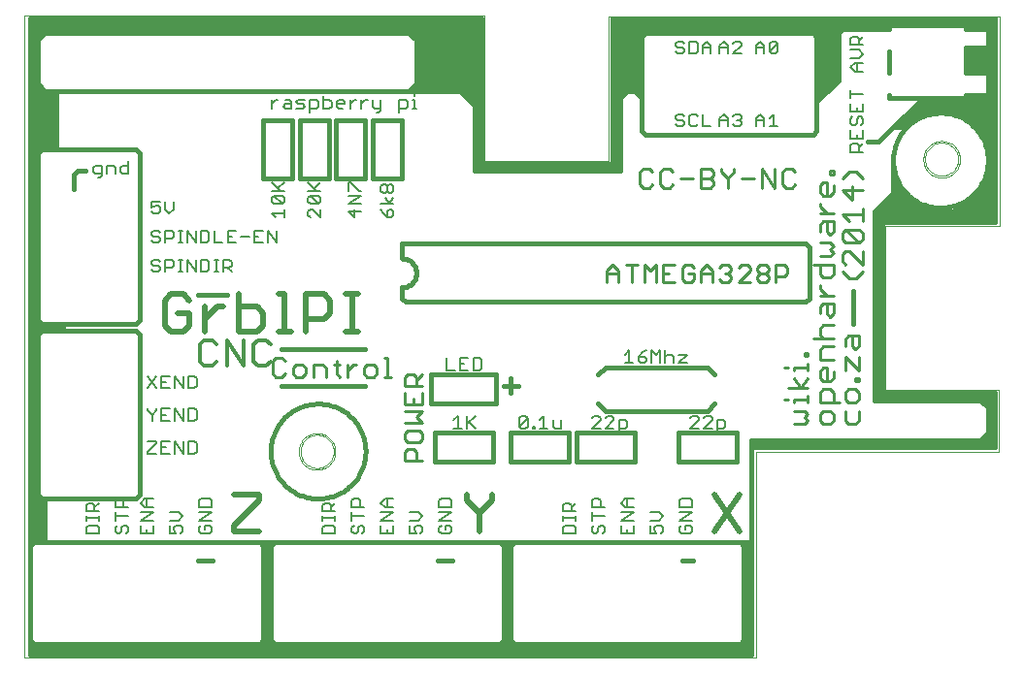
<source format=gto>
G75*
G70*
%OFA0B0*%
%FSLAX24Y24*%
%IPPOS*%
%LPD*%
%AMOC8*
5,1,8,0,0,1.08239X$1,22.5*
%
%ADD10C,0.0160*%
%ADD11C,0.0070*%
%ADD12C,0.0100*%
%ADD13C,0.0210*%
%ADD14C,0.0110*%
%ADD15C,0.0140*%
%ADD16C,0.0000*%
D10*
X006210Y001055D02*
X030960Y001055D01*
X030960Y004930D01*
X030710Y004930D01*
X030585Y004930D01*
X030710Y004805D01*
X030710Y001555D01*
X030585Y001430D01*
X022835Y001430D01*
X022710Y001555D01*
X022710Y004805D01*
X022835Y004930D01*
X014210Y004930D01*
X014085Y004930D01*
X014210Y004805D01*
X014210Y001555D01*
X014085Y001430D01*
X006335Y001430D01*
X006210Y001555D01*
X006210Y004805D01*
X006335Y004930D01*
X006335Y012180D01*
X006460Y012180D01*
X006585Y012305D01*
X006460Y012305D02*
X006335Y012430D01*
X006460Y012430D01*
X006335Y012430D02*
X006335Y012180D01*
X006460Y012305D02*
X007210Y012305D01*
X007335Y012180D02*
X006585Y012180D01*
X006460Y012055D01*
X006460Y006555D01*
X006585Y006430D01*
X009835Y006430D01*
X009960Y006555D01*
X009960Y012055D01*
X009835Y012180D01*
X007335Y012180D01*
X007335Y012430D01*
X006585Y012430D01*
X006460Y012555D01*
X006460Y018305D01*
X006585Y018430D01*
X009835Y018430D01*
X009960Y018305D01*
X009960Y012555D01*
X009835Y012430D01*
X007335Y012430D01*
X006335Y012430D02*
X006335Y018305D01*
X006460Y018305D01*
X006335Y018305D02*
X006335Y018430D01*
X006460Y018555D01*
X006335Y018555D01*
X006335Y018680D01*
X006835Y018680D01*
X006835Y018805D02*
X006460Y018805D01*
X006335Y018930D02*
X006835Y018930D01*
X006835Y019055D02*
X006460Y019055D01*
X006460Y019180D02*
X006335Y019180D01*
X006335Y018930D01*
X006335Y018680D01*
X006335Y018555D02*
X006335Y018430D01*
X006460Y018430D02*
X006585Y018555D01*
X006460Y018555D01*
X006585Y018555D02*
X007085Y018555D01*
X007085Y020430D01*
X019210Y020430D01*
X019460Y020680D01*
X019460Y021430D01*
X021335Y021430D01*
X021335Y021305D02*
X019585Y021305D01*
X019585Y021180D02*
X021335Y021180D01*
X021335Y021055D02*
X019585Y021055D01*
X019585Y020930D02*
X021335Y020930D01*
X021335Y020805D02*
X019585Y020805D01*
X019585Y020680D02*
X020710Y020680D01*
X021335Y020055D01*
X021335Y020305D01*
X021210Y020305D01*
X021460Y020055D01*
X021460Y019930D01*
X021335Y020055D01*
X021460Y020055D02*
X021460Y020430D01*
X019460Y020430D01*
X019460Y020555D01*
X021335Y020555D01*
X021335Y020680D02*
X020710Y020680D01*
X021460Y020430D02*
X021460Y022180D01*
X019585Y022180D01*
X019585Y022055D02*
X019210Y022430D01*
X006710Y022430D01*
X006460Y022180D01*
X006460Y020680D01*
X006710Y020430D01*
X007085Y020430D01*
X006960Y020305D02*
X006835Y020305D01*
X006835Y019180D01*
X006960Y019180D01*
X006960Y020305D01*
X006835Y020305D02*
X006335Y020305D01*
X006335Y019180D01*
X006460Y019180D02*
X006460Y020180D01*
X006585Y020180D02*
X006585Y019180D01*
X006710Y019180D01*
X006710Y020180D01*
X006710Y020430D02*
X006460Y020430D01*
X006460Y020680D01*
X006335Y020305D02*
X006335Y022555D01*
X006335Y022680D01*
X021335Y022680D01*
X021460Y022680D01*
X021585Y022555D01*
X021585Y017805D01*
X021460Y017805D01*
X021460Y017680D01*
X026460Y017680D01*
X026460Y017805D01*
X026460Y020180D01*
X026710Y020430D01*
X026835Y020430D01*
X026835Y022430D01*
X026710Y022430D02*
X027210Y022430D01*
X027085Y022305D01*
X027085Y020430D01*
X026960Y020430D01*
X027210Y020180D01*
X027210Y022305D01*
X027335Y022430D01*
X033085Y022430D01*
X033210Y022305D01*
X033210Y020305D01*
X033460Y020555D01*
X033835Y020930D01*
X033835Y022555D01*
X033960Y022680D01*
X034210Y022680D01*
X033960Y022430D01*
X033960Y020930D01*
X033960Y020805D01*
X033210Y020055D01*
X033210Y019055D01*
X033085Y018930D01*
X027335Y018930D01*
X027210Y019055D01*
X027210Y020180D01*
X026960Y020430D02*
X026835Y020430D01*
X026710Y020430D02*
X026460Y020430D01*
X026585Y020555D01*
X026585Y020680D02*
X026710Y020555D01*
X026710Y022305D01*
X026585Y022555D02*
X026585Y020680D01*
X026460Y020680D01*
X026460Y022555D01*
X026335Y022555D01*
X026335Y017805D01*
X026460Y017805D01*
X026335Y017805D02*
X021585Y017805D01*
X021460Y017805D02*
X021460Y019930D01*
X019460Y020430D02*
X019210Y020430D01*
X019460Y020555D02*
X019460Y020680D01*
X019460Y021430D02*
X019460Y021805D01*
X021335Y021805D01*
X021335Y021930D02*
X019460Y021930D01*
X019460Y022430D01*
X021460Y022430D01*
X021460Y022555D01*
X021335Y022680D01*
X021460Y022430D02*
X021460Y022305D01*
X019585Y022305D01*
X019460Y022430D02*
X019210Y022430D01*
X019585Y022055D02*
X021335Y022055D01*
X021460Y022180D02*
X021460Y022305D01*
X021585Y022555D02*
X006335Y022555D01*
X006335Y022680D02*
X006335Y022805D01*
X021585Y022805D01*
X021585Y022555D01*
X021710Y022930D02*
X006210Y022930D01*
X006210Y001055D01*
X006335Y001180D02*
X030710Y001180D01*
X030835Y001305D01*
X030835Y001430D01*
X030710Y001430D01*
X030710Y001305D02*
X030835Y001180D01*
X030710Y001180D01*
X030710Y001305D02*
X022585Y001305D01*
X022585Y001555D01*
X022710Y001430D01*
X022585Y001555D02*
X022460Y001430D01*
X022335Y001430D02*
X014585Y001430D01*
X014460Y001555D01*
X014460Y004805D01*
X014585Y004930D01*
X022335Y004930D01*
X022460Y004805D01*
X022460Y001555D01*
X022335Y001430D01*
X022585Y001305D02*
X014335Y001305D01*
X014335Y004805D01*
X014210Y004930D01*
X014085Y004930D02*
X006710Y004930D01*
X006710Y006305D01*
X006585Y006305D02*
X006585Y005055D01*
X006460Y004930D02*
X006460Y006430D01*
X006460Y004930D02*
X006335Y004930D01*
X006460Y004930D02*
X006710Y004930D01*
X011960Y004305D02*
X012460Y004305D01*
X014210Y001430D02*
X014460Y001430D01*
X014335Y001305D02*
X014085Y001305D01*
X014210Y001430D01*
X014085Y001305D02*
X006335Y001305D01*
X014455Y008055D02*
X014457Y008136D01*
X014463Y008216D01*
X014473Y008296D01*
X014487Y008375D01*
X014505Y008454D01*
X014526Y008532D01*
X014552Y008608D01*
X014581Y008683D01*
X014614Y008757D01*
X014650Y008829D01*
X014690Y008899D01*
X014734Y008967D01*
X014781Y009033D01*
X014831Y009096D01*
X014884Y009157D01*
X014940Y009215D01*
X014998Y009270D01*
X015060Y009322D01*
X015124Y009371D01*
X015190Y009417D01*
X015258Y009460D01*
X015329Y009499D01*
X015401Y009535D01*
X015475Y009567D01*
X015551Y009595D01*
X015628Y009619D01*
X015705Y009640D01*
X015784Y009657D01*
X015864Y009670D01*
X015944Y009679D01*
X016025Y009684D01*
X016105Y009685D01*
X016186Y009682D01*
X016266Y009675D01*
X016346Y009664D01*
X016425Y009649D01*
X016504Y009630D01*
X016581Y009608D01*
X016657Y009581D01*
X016732Y009551D01*
X016805Y009517D01*
X016877Y009480D01*
X016946Y009439D01*
X017013Y009395D01*
X017079Y009347D01*
X017141Y009296D01*
X017201Y009243D01*
X017259Y009186D01*
X017313Y009127D01*
X017365Y009065D01*
X017413Y009000D01*
X017458Y008933D01*
X017500Y008864D01*
X017538Y008793D01*
X017573Y008720D01*
X017604Y008646D01*
X017631Y008570D01*
X017655Y008493D01*
X017675Y008415D01*
X017691Y008336D01*
X017703Y008256D01*
X017711Y008176D01*
X017715Y008095D01*
X017715Y008015D01*
X017711Y007934D01*
X017703Y007854D01*
X017691Y007774D01*
X017675Y007695D01*
X017655Y007617D01*
X017631Y007540D01*
X017604Y007464D01*
X017573Y007390D01*
X017538Y007317D01*
X017500Y007246D01*
X017458Y007177D01*
X017413Y007110D01*
X017365Y007045D01*
X017313Y006983D01*
X017259Y006924D01*
X017201Y006867D01*
X017141Y006814D01*
X017079Y006763D01*
X017013Y006715D01*
X016946Y006671D01*
X016877Y006630D01*
X016805Y006593D01*
X016732Y006559D01*
X016657Y006529D01*
X016581Y006502D01*
X016504Y006480D01*
X016425Y006461D01*
X016346Y006446D01*
X016266Y006435D01*
X016186Y006428D01*
X016105Y006425D01*
X016025Y006426D01*
X015944Y006431D01*
X015864Y006440D01*
X015784Y006453D01*
X015705Y006470D01*
X015628Y006491D01*
X015551Y006515D01*
X015475Y006543D01*
X015401Y006575D01*
X015329Y006611D01*
X015258Y006650D01*
X015190Y006693D01*
X015124Y006739D01*
X015060Y006788D01*
X014998Y006840D01*
X014940Y006895D01*
X014884Y006953D01*
X014831Y007014D01*
X014781Y007077D01*
X014734Y007143D01*
X014690Y007211D01*
X014650Y007281D01*
X014614Y007353D01*
X014581Y007427D01*
X014552Y007502D01*
X014526Y007578D01*
X014505Y007656D01*
X014487Y007735D01*
X014473Y007814D01*
X014463Y007894D01*
X014457Y007974D01*
X014455Y008055D01*
X014835Y010305D02*
X017710Y010305D01*
X017710Y011555D02*
X014835Y011555D01*
X012960Y013430D02*
X011960Y013430D01*
X007710Y017055D02*
X007710Y017555D01*
X007835Y017680D01*
X008085Y017680D01*
X006960Y018680D02*
X006960Y019180D01*
X006835Y019180D02*
X006710Y019180D01*
X006585Y019180D02*
X006460Y019180D01*
X006460Y022180D02*
X006460Y022430D01*
X006710Y022430D01*
X014210Y019430D02*
X015210Y019430D01*
X015210Y017430D01*
X014210Y017430D01*
X014210Y019430D01*
X015460Y019430D02*
X015460Y017430D01*
X016460Y017430D01*
X016460Y019430D01*
X015460Y019430D01*
X016710Y019430D02*
X016710Y017430D01*
X017710Y017430D01*
X017710Y019430D01*
X016710Y019430D01*
X017960Y019430D02*
X017960Y017430D01*
X018960Y017430D01*
X018960Y019430D01*
X017960Y019430D01*
X021710Y017930D02*
X021710Y022930D01*
X021335Y021680D02*
X019585Y021680D01*
X019585Y021555D02*
X021335Y021555D01*
X019460Y021805D02*
X019460Y021930D01*
X021710Y017930D02*
X026210Y017930D01*
X026210Y022930D01*
X039335Y022930D01*
X039335Y022805D01*
X039210Y022805D01*
X039210Y021055D01*
X038335Y021055D01*
X038335Y021555D01*
X039085Y021555D01*
X039085Y022555D01*
X038335Y022555D01*
X038335Y022680D01*
X035710Y022680D01*
X035710Y022555D01*
X035585Y022555D02*
X033960Y022555D01*
X033710Y022305D01*
X033710Y022555D01*
X033585Y022430D01*
X033585Y022555D01*
X033835Y022805D01*
X026335Y022805D01*
X026335Y022680D01*
X033460Y022680D01*
X033460Y020680D01*
X033335Y020680D02*
X033460Y020555D01*
X033335Y020555D02*
X033335Y022305D01*
X033210Y022430D01*
X033335Y022430D02*
X033335Y020680D01*
X033335Y020430D02*
X033960Y020930D01*
X033710Y020930D02*
X033710Y021555D01*
X033710Y022305D02*
X033585Y020805D01*
X033585Y022430D01*
X033710Y022555D02*
X026960Y022555D01*
X026960Y020555D01*
X026460Y020430D02*
X026460Y020680D01*
X026460Y020430D02*
X026460Y020180D01*
X026460Y022555D02*
X026585Y022555D01*
X026960Y022555D01*
X033210Y020305D02*
X033210Y020055D01*
X033335Y020305D02*
X033460Y020430D01*
X033585Y020680D02*
X033585Y020805D01*
X035710Y021055D02*
X035710Y021805D01*
X035585Y022555D02*
X035585Y022680D01*
X034210Y022680D01*
X033960Y022680D02*
X033460Y022680D01*
X033710Y022555D02*
X033835Y022555D01*
X033960Y022555D01*
X033835Y022805D02*
X039085Y022805D01*
X039085Y022680D01*
X038460Y022680D01*
X039085Y022680D02*
X039085Y022555D01*
X039085Y022805D02*
X039210Y022805D01*
X039335Y022805D02*
X039335Y015930D01*
X039210Y015930D01*
X039210Y021055D01*
X039085Y021055D02*
X038460Y021055D01*
X038460Y021180D02*
X038960Y021180D01*
X038960Y021305D02*
X038460Y021305D01*
X038460Y021430D02*
X039085Y021430D01*
X039085Y021555D01*
X039085Y021430D02*
X039085Y021055D01*
X039085Y019180D01*
X038710Y019180D01*
X038585Y019305D02*
X038960Y019305D01*
X038960Y019430D02*
X038460Y019430D01*
X038335Y019555D02*
X038710Y019555D01*
X038835Y019430D01*
X038835Y019555D02*
X038710Y019680D01*
X038960Y019680D01*
X038960Y019555D02*
X038210Y019555D01*
X038710Y019680D02*
X036460Y019680D01*
X036335Y019555D02*
X036835Y019555D01*
X036585Y019430D02*
X036210Y019430D01*
X036085Y019305D02*
X036335Y019305D01*
X036210Y019180D02*
X035835Y019180D01*
X036585Y019930D01*
X038585Y019930D01*
X038960Y019930D01*
X038960Y019805D02*
X036585Y019805D01*
X036585Y019930D02*
X036835Y020180D01*
X035710Y020180D01*
X035710Y020305D01*
X036835Y020180D02*
X038335Y020180D01*
X038335Y020305D01*
X038835Y020305D01*
X038960Y020180D01*
X038835Y020180D02*
X038460Y020180D01*
X038585Y019930D02*
X038710Y019805D01*
X038960Y020055D02*
X036835Y020055D01*
X035835Y019180D02*
X035335Y018680D01*
X034960Y018680D01*
X035835Y018055D02*
X035835Y016930D01*
X035210Y016305D01*
X038085Y016305D01*
X037960Y016430D01*
X038210Y016430D01*
X038335Y016430D01*
X038460Y016555D01*
X038585Y016680D01*
X039085Y016680D01*
X038960Y016805D01*
X038710Y016805D01*
X038835Y016930D01*
X038960Y016930D01*
X038960Y017055D01*
X038960Y017305D01*
X038960Y017055D02*
X038835Y017055D01*
X038960Y017055D02*
X039085Y016930D01*
X038960Y016930D01*
X039085Y016930D02*
X039085Y016680D01*
X039085Y016430D01*
X038960Y016555D01*
X038460Y016555D01*
X038335Y016555D01*
X038210Y016430D01*
X038335Y016430D02*
X039085Y016430D01*
X039085Y015930D01*
X039210Y015930D01*
X039085Y015930D02*
X035460Y015930D01*
X035460Y010055D01*
X039335Y010055D01*
X039335Y008180D01*
X030960Y008180D01*
X030960Y008305D01*
X039210Y008305D01*
X039210Y009930D01*
X035335Y009930D01*
X035335Y009805D01*
X035210Y009805D01*
X035210Y016180D01*
X035210Y016305D01*
X035210Y016180D02*
X038960Y016180D01*
X038960Y016305D02*
X038085Y016305D01*
X038585Y016805D02*
X038710Y016805D01*
X039085Y016930D02*
X039085Y017555D01*
X039085Y018555D02*
X039085Y018805D01*
X038960Y018805D01*
X038960Y018930D02*
X039085Y018930D01*
X039085Y019055D01*
X038835Y019055D01*
X039085Y019055D02*
X039085Y019180D01*
X039085Y018930D02*
X039085Y018805D01*
X035830Y018055D02*
X035832Y018136D01*
X035838Y018216D01*
X035848Y018296D01*
X035862Y018375D01*
X035880Y018454D01*
X035901Y018532D01*
X035927Y018608D01*
X035956Y018683D01*
X035989Y018757D01*
X036025Y018829D01*
X036065Y018899D01*
X036109Y018967D01*
X036156Y019033D01*
X036206Y019096D01*
X036259Y019157D01*
X036315Y019215D01*
X036373Y019270D01*
X036435Y019322D01*
X036499Y019371D01*
X036565Y019417D01*
X036633Y019460D01*
X036704Y019499D01*
X036776Y019535D01*
X036850Y019567D01*
X036926Y019595D01*
X037003Y019619D01*
X037080Y019640D01*
X037159Y019657D01*
X037239Y019670D01*
X037319Y019679D01*
X037400Y019684D01*
X037480Y019685D01*
X037561Y019682D01*
X037641Y019675D01*
X037721Y019664D01*
X037800Y019649D01*
X037879Y019630D01*
X037956Y019608D01*
X038032Y019581D01*
X038107Y019551D01*
X038180Y019517D01*
X038252Y019480D01*
X038321Y019439D01*
X038388Y019395D01*
X038454Y019347D01*
X038516Y019296D01*
X038576Y019243D01*
X038634Y019186D01*
X038688Y019127D01*
X038740Y019065D01*
X038788Y019000D01*
X038833Y018933D01*
X038875Y018864D01*
X038913Y018793D01*
X038948Y018720D01*
X038979Y018646D01*
X039006Y018570D01*
X039030Y018493D01*
X039050Y018415D01*
X039066Y018336D01*
X039078Y018256D01*
X039086Y018176D01*
X039090Y018095D01*
X039090Y018015D01*
X039086Y017934D01*
X039078Y017854D01*
X039066Y017774D01*
X039050Y017695D01*
X039030Y017617D01*
X039006Y017540D01*
X038979Y017464D01*
X038948Y017390D01*
X038913Y017317D01*
X038875Y017246D01*
X038833Y017177D01*
X038788Y017110D01*
X038740Y017045D01*
X038688Y016983D01*
X038634Y016924D01*
X038576Y016867D01*
X038516Y016814D01*
X038454Y016763D01*
X038388Y016715D01*
X038321Y016671D01*
X038252Y016630D01*
X038180Y016593D01*
X038107Y016559D01*
X038032Y016529D01*
X037956Y016502D01*
X037879Y016480D01*
X037800Y016461D01*
X037721Y016446D01*
X037641Y016435D01*
X037561Y016428D01*
X037480Y016425D01*
X037400Y016426D01*
X037319Y016431D01*
X037239Y016440D01*
X037159Y016453D01*
X037080Y016470D01*
X037003Y016491D01*
X036926Y016515D01*
X036850Y016543D01*
X036776Y016575D01*
X036704Y016611D01*
X036633Y016650D01*
X036565Y016693D01*
X036499Y016739D01*
X036435Y016788D01*
X036373Y016840D01*
X036315Y016895D01*
X036259Y016953D01*
X036206Y017014D01*
X036156Y017077D01*
X036109Y017143D01*
X036065Y017211D01*
X036025Y017281D01*
X035989Y017353D01*
X035956Y017427D01*
X035927Y017502D01*
X035901Y017578D01*
X035880Y017656D01*
X035862Y017735D01*
X035848Y017814D01*
X035838Y017894D01*
X035832Y017974D01*
X035830Y018055D01*
X035960Y017305D02*
X035960Y017055D01*
X036335Y016680D01*
X036335Y016555D01*
X036335Y016430D02*
X036210Y016555D01*
X036210Y016680D01*
X036335Y016680D02*
X036460Y016555D01*
X036460Y016680D02*
X036585Y016555D01*
X036585Y016430D02*
X036710Y016555D01*
X036585Y016430D02*
X036960Y016430D01*
X036585Y016430D02*
X036335Y016430D01*
X036085Y016430D01*
X036085Y016805D01*
X035835Y016805D02*
X035585Y016555D01*
X035835Y016555D01*
X035835Y016680D01*
X035960Y016555D02*
X035960Y017180D01*
X036335Y016680D02*
X036460Y016680D01*
X036085Y016430D02*
X035585Y016430D01*
X035585Y016555D01*
X035585Y016430D02*
X035460Y016430D01*
X035335Y016180D02*
X035335Y009930D01*
X035335Y009805D02*
X038835Y009805D01*
X039085Y009555D01*
X039085Y008680D01*
X038835Y008430D01*
X030960Y008430D01*
X030960Y008305D01*
X030960Y008180D02*
X030960Y004930D01*
X030835Y004805D02*
X030710Y004930D01*
X030585Y004930D02*
X022835Y004930D01*
X022585Y004805D02*
X022585Y001555D01*
X020710Y004305D02*
X020210Y004305D01*
X020085Y007680D02*
X020085Y008680D01*
X022085Y008680D01*
X022085Y007680D01*
X020085Y007680D01*
X022710Y007680D02*
X022710Y008680D01*
X024710Y008680D01*
X024710Y007680D01*
X022710Y007680D01*
X024960Y007680D02*
X024960Y008680D01*
X026960Y008680D01*
X026960Y007680D01*
X024960Y007680D01*
X025960Y009430D02*
X029460Y009430D01*
X029710Y009680D01*
X029710Y010680D02*
X029460Y010930D01*
X025960Y010930D01*
X025710Y010680D01*
X025710Y009680D02*
X025960Y009430D01*
X028460Y008680D02*
X028460Y007680D01*
X030460Y007680D01*
X030460Y008680D01*
X028460Y008680D01*
X022960Y010305D02*
X022460Y010305D01*
X022710Y010555D02*
X022710Y010055D01*
X022210Y009680D02*
X019960Y009680D01*
X019960Y010680D01*
X022210Y010680D01*
X022210Y009680D01*
X019085Y013180D02*
X018960Y013305D01*
X018960Y013680D01*
X019004Y013682D01*
X019047Y013688D01*
X019089Y013697D01*
X019131Y013710D01*
X019171Y013727D01*
X019210Y013747D01*
X019247Y013770D01*
X019281Y013797D01*
X019314Y013826D01*
X019343Y013859D01*
X019370Y013893D01*
X019393Y013930D01*
X019413Y013969D01*
X019430Y014009D01*
X019443Y014051D01*
X019452Y014093D01*
X019458Y014136D01*
X019460Y014180D01*
X019458Y014224D01*
X019452Y014267D01*
X019443Y014309D01*
X019430Y014351D01*
X019413Y014391D01*
X019393Y014430D01*
X019370Y014467D01*
X019343Y014501D01*
X019314Y014534D01*
X019281Y014563D01*
X019247Y014590D01*
X019210Y014613D01*
X019171Y014633D01*
X019131Y014650D01*
X019089Y014663D01*
X019047Y014672D01*
X019004Y014678D01*
X018960Y014680D01*
X018960Y015180D01*
X032835Y015180D01*
X032960Y015055D01*
X032960Y013305D01*
X032835Y013180D01*
X019085Y013180D01*
X030835Y004805D02*
X030835Y001430D01*
X028960Y004305D02*
X028585Y004305D01*
X038835Y008430D02*
X039085Y008430D01*
X039085Y008680D01*
X039085Y009555D02*
X039085Y009805D01*
X038835Y009805D01*
X034460Y012430D02*
X034460Y013555D01*
X035460Y016055D02*
X038960Y016055D01*
X038960Y020305D02*
X038835Y020305D01*
X038335Y021555D02*
X038335Y021805D01*
X038960Y021805D01*
X038960Y021930D02*
X038335Y021930D01*
X038335Y021805D01*
X038460Y021680D02*
X038960Y021680D01*
D11*
X034800Y021706D02*
X034657Y021850D01*
X034370Y021850D01*
X034370Y022023D02*
X034370Y022238D01*
X034442Y022310D01*
X034585Y022310D01*
X034657Y022238D01*
X034657Y022023D01*
X034800Y022023D02*
X034370Y022023D01*
X034657Y022167D02*
X034800Y022310D01*
X034800Y021706D02*
X034657Y021563D01*
X034370Y021563D01*
X034513Y021389D02*
X034800Y021389D01*
X034585Y021389D02*
X034585Y021102D01*
X034513Y021102D02*
X034800Y021102D01*
X034513Y021102D02*
X034370Y021246D01*
X034513Y021389D01*
X034370Y020468D02*
X034370Y020182D01*
X034370Y020325D02*
X034800Y020325D01*
X034800Y020008D02*
X034800Y019721D01*
X034370Y019721D01*
X034370Y020008D01*
X034585Y019865D02*
X034585Y019721D01*
X034657Y019548D02*
X034729Y019548D01*
X034800Y019476D01*
X034800Y019333D01*
X034729Y019261D01*
X034585Y019333D02*
X034585Y019476D01*
X034657Y019548D01*
X034442Y019548D02*
X034370Y019476D01*
X034370Y019333D01*
X034442Y019261D01*
X034513Y019261D01*
X034585Y019333D01*
X034370Y019087D02*
X034370Y018800D01*
X034800Y018800D01*
X034800Y019087D01*
X034585Y018944D02*
X034585Y018800D01*
X034585Y018627D02*
X034442Y018627D01*
X034370Y018555D01*
X034370Y018340D01*
X034800Y018340D01*
X034657Y018340D02*
X034657Y018555D01*
X034585Y018627D01*
X034657Y018483D02*
X034800Y018627D01*
X031868Y019215D02*
X031581Y019215D01*
X031724Y019215D02*
X031724Y019645D01*
X031581Y019502D01*
X031407Y019502D02*
X031407Y019215D01*
X031407Y019430D02*
X031120Y019430D01*
X031120Y019502D02*
X031120Y019215D01*
X031120Y019502D02*
X031264Y019645D01*
X031407Y019502D01*
X030618Y019502D02*
X030546Y019430D01*
X030618Y019358D01*
X030618Y019287D01*
X030546Y019215D01*
X030402Y019215D01*
X030331Y019287D01*
X030157Y019215D02*
X030157Y019502D01*
X030014Y019645D01*
X029870Y019502D01*
X029870Y019215D01*
X029870Y019430D02*
X030157Y019430D01*
X030331Y019574D02*
X030402Y019645D01*
X030546Y019645D01*
X030618Y019574D01*
X030618Y019502D01*
X030546Y019430D02*
X030474Y019430D01*
X029578Y019215D02*
X029291Y019215D01*
X029291Y019645D01*
X029118Y019574D02*
X029046Y019645D01*
X028902Y019645D01*
X028831Y019574D01*
X028831Y019287D01*
X028902Y019215D01*
X029046Y019215D01*
X029118Y019287D01*
X028657Y019287D02*
X028585Y019215D01*
X028442Y019215D01*
X028370Y019287D01*
X028442Y019430D02*
X028585Y019430D01*
X028657Y019358D01*
X028657Y019287D01*
X028442Y019430D02*
X028370Y019502D01*
X028370Y019574D01*
X028442Y019645D01*
X028585Y019645D01*
X028657Y019574D01*
X028585Y021715D02*
X028442Y021715D01*
X028370Y021787D01*
X028442Y021930D02*
X028585Y021930D01*
X028657Y021858D01*
X028657Y021787D01*
X028585Y021715D01*
X028831Y021715D02*
X029046Y021715D01*
X029118Y021787D01*
X029118Y022074D01*
X029046Y022145D01*
X028831Y022145D01*
X028831Y021715D01*
X028442Y021930D02*
X028370Y022002D01*
X028370Y022074D01*
X028442Y022145D01*
X028585Y022145D01*
X028657Y022074D01*
X029291Y022002D02*
X029434Y022145D01*
X029578Y022002D01*
X029578Y021715D01*
X029578Y021930D02*
X029291Y021930D01*
X029291Y022002D02*
X029291Y021715D01*
X029870Y021715D02*
X029870Y022002D01*
X030014Y022145D01*
X030157Y022002D01*
X030157Y021715D01*
X030331Y021715D02*
X030618Y022002D01*
X030618Y022074D01*
X030546Y022145D01*
X030402Y022145D01*
X030331Y022074D01*
X030157Y021930D02*
X029870Y021930D01*
X030331Y021715D02*
X030618Y021715D01*
X031120Y021715D02*
X031120Y022002D01*
X031264Y022145D01*
X031407Y022002D01*
X031407Y021715D01*
X031581Y021787D02*
X031868Y022074D01*
X031868Y021787D01*
X031796Y021715D01*
X031652Y021715D01*
X031581Y021787D01*
X031581Y022074D01*
X031652Y022145D01*
X031796Y022145D01*
X031868Y022074D01*
X031407Y021930D02*
X031120Y021930D01*
X019401Y020342D02*
X019401Y020270D01*
X019401Y020127D02*
X019401Y019840D01*
X019329Y019840D02*
X019473Y019840D01*
X019401Y020127D02*
X019329Y020127D01*
X019156Y020055D02*
X019156Y019912D01*
X019084Y019840D01*
X018869Y019840D01*
X018869Y019697D02*
X018869Y020127D01*
X019084Y020127D01*
X019156Y020055D01*
X018235Y020127D02*
X018235Y019768D01*
X018163Y019697D01*
X018092Y019697D01*
X018020Y019840D02*
X018235Y019840D01*
X018020Y019840D02*
X017948Y019912D01*
X017948Y020127D01*
X017780Y020127D02*
X017708Y020127D01*
X017565Y019983D01*
X017565Y019840D02*
X017565Y020127D01*
X017396Y020127D02*
X017324Y020127D01*
X017181Y019983D01*
X017181Y019840D02*
X017181Y020127D01*
X017007Y020055D02*
X017007Y019983D01*
X016720Y019983D01*
X016720Y019912D02*
X016720Y020055D01*
X016792Y020127D01*
X016936Y020127D01*
X017007Y020055D01*
X016936Y019840D02*
X016792Y019840D01*
X016720Y019912D01*
X016547Y019912D02*
X016547Y020055D01*
X016475Y020127D01*
X016260Y020127D01*
X016260Y020270D02*
X016260Y019840D01*
X016475Y019840D01*
X016547Y019912D01*
X016087Y019912D02*
X016087Y020055D01*
X016015Y020127D01*
X015800Y020127D01*
X015800Y019697D01*
X015800Y019840D02*
X016015Y019840D01*
X016087Y019912D01*
X015626Y019912D02*
X015554Y019983D01*
X015411Y019983D01*
X015339Y020055D01*
X015411Y020127D01*
X015626Y020127D01*
X015626Y019912D02*
X015554Y019840D01*
X015339Y019840D01*
X015166Y019840D02*
X014951Y019840D01*
X014879Y019912D01*
X014951Y019983D01*
X015166Y019983D01*
X015166Y020055D02*
X015166Y019840D01*
X015166Y020055D02*
X015094Y020127D01*
X014951Y020127D01*
X014710Y020127D02*
X014639Y020127D01*
X014495Y019983D01*
X014495Y019840D02*
X014495Y020127D01*
X014495Y017298D02*
X014782Y017011D01*
X014710Y017083D02*
X014925Y017298D01*
X014925Y017011D02*
X014495Y017011D01*
X014567Y016837D02*
X014495Y016766D01*
X014495Y016622D01*
X014567Y016550D01*
X014854Y016550D01*
X014567Y016837D01*
X014854Y016837D01*
X014925Y016766D01*
X014925Y016622D01*
X014854Y016550D01*
X014925Y016377D02*
X014925Y016090D01*
X014925Y016233D02*
X014495Y016233D01*
X014638Y016090D01*
X014647Y015645D02*
X014647Y015215D01*
X014360Y015645D01*
X014360Y015215D01*
X014187Y015215D02*
X013900Y015215D01*
X013900Y015645D01*
X014187Y015645D01*
X014043Y015430D02*
X013900Y015430D01*
X013726Y015430D02*
X013440Y015430D01*
X013266Y015215D02*
X012979Y015215D01*
X012979Y015645D01*
X013266Y015645D01*
X013123Y015430D02*
X012979Y015430D01*
X012806Y015215D02*
X012519Y015215D01*
X012519Y015645D01*
X012345Y015574D02*
X012274Y015645D01*
X012058Y015645D01*
X012058Y015215D01*
X012274Y015215D01*
X012345Y015287D01*
X012345Y015574D01*
X011885Y015645D02*
X011885Y015215D01*
X011598Y015645D01*
X011598Y015215D01*
X011434Y015215D02*
X011291Y015215D01*
X011363Y015215D02*
X011363Y015645D01*
X011434Y015645D02*
X011291Y015645D01*
X011118Y015574D02*
X011118Y015430D01*
X011046Y015358D01*
X010831Y015358D01*
X010831Y015215D02*
X010831Y015645D01*
X011046Y015645D01*
X011118Y015574D01*
X010657Y015574D02*
X010585Y015645D01*
X010442Y015645D01*
X010370Y015574D01*
X010370Y015502D01*
X010442Y015430D01*
X010585Y015430D01*
X010657Y015358D01*
X010657Y015287D01*
X010585Y015215D01*
X010442Y015215D01*
X010370Y015287D01*
X010442Y014645D02*
X010370Y014574D01*
X010370Y014502D01*
X010442Y014430D01*
X010585Y014430D01*
X010657Y014358D01*
X010657Y014287D01*
X010585Y014215D01*
X010442Y014215D01*
X010370Y014287D01*
X010831Y014358D02*
X011046Y014358D01*
X011118Y014430D01*
X011118Y014574D01*
X011046Y014645D01*
X010831Y014645D01*
X010831Y014215D01*
X011291Y014215D02*
X011434Y014215D01*
X011363Y014215D02*
X011363Y014645D01*
X011434Y014645D02*
X011291Y014645D01*
X011598Y014645D02*
X011885Y014215D01*
X011885Y014645D01*
X012058Y014645D02*
X012274Y014645D01*
X012345Y014574D01*
X012345Y014287D01*
X012274Y014215D01*
X012058Y014215D01*
X012058Y014645D01*
X011598Y014645D02*
X011598Y014215D01*
X012519Y014215D02*
X012662Y014215D01*
X012590Y014215D02*
X012590Y014645D01*
X012519Y014645D02*
X012662Y014645D01*
X012826Y014645D02*
X013041Y014645D01*
X013113Y014574D01*
X013113Y014430D01*
X013041Y014358D01*
X012826Y014358D01*
X012826Y014215D02*
X012826Y014645D01*
X012969Y014358D02*
X013113Y014215D01*
X010657Y014574D02*
X010585Y014645D01*
X010442Y014645D01*
X010442Y016215D02*
X010370Y016287D01*
X010442Y016215D02*
X010585Y016215D01*
X010657Y016287D01*
X010657Y016430D01*
X010585Y016502D01*
X010514Y016502D01*
X010370Y016430D01*
X010370Y016645D01*
X010657Y016645D01*
X010831Y016645D02*
X010831Y016358D01*
X010974Y016215D01*
X011118Y016358D01*
X011118Y016645D01*
X009578Y017590D02*
X009363Y017590D01*
X009291Y017662D01*
X009291Y017805D01*
X009363Y017877D01*
X009578Y017877D01*
X009578Y018020D02*
X009578Y017590D01*
X009118Y017590D02*
X009118Y017805D01*
X009046Y017877D01*
X008831Y017877D01*
X008831Y017590D01*
X008657Y017590D02*
X008442Y017590D01*
X008370Y017662D01*
X008370Y017805D01*
X008442Y017877D01*
X008657Y017877D01*
X008657Y017518D01*
X008585Y017447D01*
X008514Y017447D01*
X015745Y017298D02*
X016032Y017011D01*
X015960Y017083D02*
X016175Y017298D01*
X016175Y017011D02*
X015745Y017011D01*
X015817Y016837D02*
X015745Y016766D01*
X015745Y016622D01*
X015817Y016550D01*
X016104Y016550D01*
X015817Y016837D01*
X016104Y016837D01*
X016175Y016766D01*
X016175Y016622D01*
X016104Y016550D01*
X016175Y016377D02*
X016175Y016090D01*
X015888Y016377D01*
X015817Y016377D01*
X015745Y016305D01*
X015745Y016162D01*
X015817Y016090D01*
X017120Y016305D02*
X017335Y016090D01*
X017335Y016377D01*
X017550Y016305D02*
X017120Y016305D01*
X017120Y016550D02*
X017550Y016837D01*
X017120Y016837D01*
X017120Y017011D02*
X017120Y017298D01*
X017192Y017298D01*
X017479Y017011D01*
X017550Y017011D01*
X018245Y017006D02*
X018245Y017149D01*
X018317Y017221D01*
X018388Y017221D01*
X018460Y017149D01*
X018460Y017006D01*
X018388Y016934D01*
X018317Y016934D01*
X018245Y017006D01*
X018460Y017006D02*
X018532Y016934D01*
X018604Y016934D01*
X018675Y017006D01*
X018675Y017149D01*
X018604Y017221D01*
X018532Y017221D01*
X018460Y017149D01*
X018388Y016766D02*
X018532Y016550D01*
X018675Y016766D01*
X018675Y016550D02*
X018245Y016550D01*
X018245Y016377D02*
X018317Y016233D01*
X018460Y016090D01*
X018460Y016305D01*
X018532Y016377D01*
X018604Y016377D01*
X018675Y016305D01*
X018675Y016162D01*
X018604Y016090D01*
X018460Y016090D01*
X017550Y016550D02*
X017120Y016550D01*
X020495Y011270D02*
X020495Y010840D01*
X020782Y010840D01*
X020956Y010840D02*
X021243Y010840D01*
X021416Y010840D02*
X021631Y010840D01*
X021703Y010912D01*
X021703Y011199D01*
X021631Y011270D01*
X021416Y011270D01*
X021416Y010840D01*
X021099Y011055D02*
X020956Y011055D01*
X020956Y011270D02*
X020956Y010840D01*
X020956Y011270D02*
X021243Y011270D01*
X021206Y009270D02*
X021206Y008840D01*
X021206Y008983D02*
X021493Y009270D01*
X021277Y009055D02*
X021493Y008840D01*
X021032Y008840D02*
X020745Y008840D01*
X020889Y008840D02*
X020889Y009270D01*
X020745Y009127D01*
X022995Y009199D02*
X022995Y008912D01*
X023282Y009199D01*
X023282Y008912D01*
X023210Y008840D01*
X023067Y008840D01*
X022995Y008912D01*
X022995Y009199D02*
X023067Y009270D01*
X023210Y009270D01*
X023282Y009199D01*
X023456Y008912D02*
X023527Y008912D01*
X023527Y008840D01*
X023456Y008840D01*
X023456Y008912D01*
X023686Y008840D02*
X023973Y008840D01*
X023829Y008840D02*
X023829Y009270D01*
X023686Y009127D01*
X024146Y009127D02*
X024146Y008912D01*
X024218Y008840D01*
X024433Y008840D01*
X024433Y009127D01*
X025495Y009199D02*
X025567Y009270D01*
X025710Y009270D01*
X025782Y009199D01*
X025782Y009127D01*
X025495Y008840D01*
X025782Y008840D01*
X025956Y008840D02*
X026243Y009127D01*
X026243Y009199D01*
X026171Y009270D01*
X026027Y009270D01*
X025956Y009199D01*
X025956Y008840D02*
X026243Y008840D01*
X026416Y008840D02*
X026631Y008840D01*
X026703Y008912D01*
X026703Y009055D01*
X026631Y009127D01*
X026416Y009127D01*
X026416Y008697D01*
X028870Y008840D02*
X029157Y009127D01*
X029157Y009199D01*
X029085Y009270D01*
X028942Y009270D01*
X028870Y009199D01*
X028870Y008840D02*
X029157Y008840D01*
X029331Y008840D02*
X029618Y009127D01*
X029618Y009199D01*
X029546Y009270D01*
X029402Y009270D01*
X029331Y009199D01*
X029331Y008840D02*
X029618Y008840D01*
X029791Y008840D02*
X030006Y008840D01*
X030078Y008912D01*
X030078Y009055D01*
X030006Y009127D01*
X029791Y009127D01*
X029791Y008697D01*
X028854Y006423D02*
X028567Y006423D01*
X028495Y006351D01*
X028495Y006136D01*
X028925Y006136D01*
X028925Y006351D01*
X028854Y006423D01*
X028925Y005962D02*
X028495Y005962D01*
X028495Y005675D02*
X028925Y005962D01*
X028925Y005675D02*
X028495Y005675D01*
X028567Y005502D02*
X028495Y005430D01*
X028495Y005287D01*
X028567Y005215D01*
X028854Y005215D01*
X028925Y005287D01*
X028925Y005430D01*
X028854Y005502D01*
X028710Y005502D01*
X028710Y005358D01*
X027925Y005287D02*
X027854Y005215D01*
X027925Y005287D02*
X027925Y005430D01*
X027854Y005502D01*
X027710Y005502D01*
X027638Y005430D01*
X027638Y005358D01*
X027710Y005215D01*
X027495Y005215D01*
X027495Y005502D01*
X027495Y005675D02*
X027782Y005675D01*
X027925Y005819D01*
X027782Y005962D01*
X027495Y005962D01*
X026925Y005962D02*
X026495Y005962D01*
X026638Y006136D02*
X026495Y006279D01*
X026638Y006423D01*
X026925Y006423D01*
X026710Y006423D02*
X026710Y006136D01*
X026638Y006136D02*
X026925Y006136D01*
X026925Y005962D02*
X026495Y005675D01*
X026925Y005675D01*
X026925Y005502D02*
X026925Y005215D01*
X026495Y005215D01*
X026495Y005502D01*
X026710Y005358D02*
X026710Y005215D01*
X025925Y005287D02*
X025854Y005215D01*
X025925Y005287D02*
X025925Y005430D01*
X025854Y005502D01*
X025782Y005502D01*
X025710Y005430D01*
X025710Y005287D01*
X025638Y005215D01*
X025567Y005215D01*
X025495Y005287D01*
X025495Y005430D01*
X025567Y005502D01*
X025495Y005675D02*
X025495Y005962D01*
X025495Y005819D02*
X025925Y005819D01*
X025925Y006136D02*
X025495Y006136D01*
X025495Y006351D01*
X025567Y006423D01*
X025710Y006423D01*
X025782Y006351D01*
X025782Y006136D01*
X024925Y006269D02*
X024782Y006126D01*
X024782Y006198D02*
X024782Y005982D01*
X024925Y005982D02*
X024495Y005982D01*
X024495Y006198D01*
X024567Y006269D01*
X024710Y006269D01*
X024782Y006198D01*
X024925Y005819D02*
X024925Y005675D01*
X024925Y005747D02*
X024495Y005747D01*
X024495Y005675D02*
X024495Y005819D01*
X024567Y005502D02*
X024495Y005430D01*
X024495Y005215D01*
X024925Y005215D01*
X024925Y005430D01*
X024854Y005502D01*
X024567Y005502D01*
X020675Y005430D02*
X020675Y005287D01*
X020604Y005215D01*
X020317Y005215D01*
X020245Y005287D01*
X020245Y005430D01*
X020317Y005502D01*
X020460Y005502D02*
X020460Y005358D01*
X020460Y005502D02*
X020604Y005502D01*
X020675Y005430D01*
X020675Y005675D02*
X020245Y005675D01*
X020675Y005962D01*
X020245Y005962D01*
X020245Y006136D02*
X020245Y006351D01*
X020317Y006423D01*
X020604Y006423D01*
X020675Y006351D01*
X020675Y006136D01*
X020245Y006136D01*
X019675Y005819D02*
X019532Y005962D01*
X019245Y005962D01*
X019245Y005675D02*
X019532Y005675D01*
X019675Y005819D01*
X019604Y005502D02*
X019675Y005430D01*
X019675Y005287D01*
X019604Y005215D01*
X019460Y005215D02*
X019388Y005358D01*
X019388Y005430D01*
X019460Y005502D01*
X019604Y005502D01*
X019460Y005215D02*
X019245Y005215D01*
X019245Y005502D01*
X018675Y005502D02*
X018675Y005215D01*
X018245Y005215D01*
X018245Y005502D01*
X018245Y005675D02*
X018675Y005962D01*
X018245Y005962D01*
X018388Y006136D02*
X018245Y006279D01*
X018388Y006423D01*
X018675Y006423D01*
X018460Y006423D02*
X018460Y006136D01*
X018388Y006136D02*
X018675Y006136D01*
X018675Y005675D02*
X018245Y005675D01*
X017675Y005819D02*
X017245Y005819D01*
X017245Y005962D02*
X017245Y005675D01*
X017317Y005502D02*
X017245Y005430D01*
X017245Y005287D01*
X017317Y005215D01*
X017388Y005215D01*
X017460Y005287D01*
X017460Y005430D01*
X017532Y005502D01*
X017604Y005502D01*
X017675Y005430D01*
X017675Y005287D01*
X017604Y005215D01*
X018460Y005215D02*
X018460Y005358D01*
X017675Y006136D02*
X017245Y006136D01*
X017245Y006351D01*
X017317Y006423D01*
X017460Y006423D01*
X017532Y006351D01*
X017532Y006136D01*
X016675Y006269D02*
X016532Y006126D01*
X016532Y006198D02*
X016532Y005982D01*
X016675Y005982D02*
X016245Y005982D01*
X016245Y006198D01*
X016317Y006269D01*
X016460Y006269D01*
X016532Y006198D01*
X016675Y005819D02*
X016675Y005675D01*
X016675Y005747D02*
X016245Y005747D01*
X016245Y005675D02*
X016245Y005819D01*
X016317Y005502D02*
X016245Y005430D01*
X016245Y005215D01*
X016675Y005215D01*
X016675Y005430D01*
X016604Y005502D01*
X016317Y005502D01*
X012425Y005430D02*
X012425Y005287D01*
X012354Y005215D01*
X012067Y005215D01*
X011995Y005287D01*
X011995Y005430D01*
X012067Y005502D01*
X012210Y005502D02*
X012210Y005358D01*
X012210Y005502D02*
X012354Y005502D01*
X012425Y005430D01*
X012425Y005675D02*
X011995Y005675D01*
X012425Y005962D01*
X011995Y005962D01*
X011995Y006136D02*
X011995Y006351D01*
X012067Y006423D01*
X012354Y006423D01*
X012425Y006351D01*
X012425Y006136D01*
X011995Y006136D01*
X011425Y005819D02*
X011282Y005962D01*
X010995Y005962D01*
X010995Y005675D02*
X011282Y005675D01*
X011425Y005819D01*
X011354Y005502D02*
X011425Y005430D01*
X011425Y005287D01*
X011354Y005215D01*
X011210Y005215D02*
X011138Y005358D01*
X011138Y005430D01*
X011210Y005502D01*
X011354Y005502D01*
X011210Y005215D02*
X010995Y005215D01*
X010995Y005502D01*
X010425Y005502D02*
X010425Y005215D01*
X009995Y005215D01*
X009995Y005502D01*
X009995Y005675D02*
X010425Y005962D01*
X009995Y005962D01*
X010138Y006136D02*
X009995Y006279D01*
X010138Y006423D01*
X010425Y006423D01*
X010210Y006423D02*
X010210Y006136D01*
X010138Y006136D02*
X010425Y006136D01*
X010425Y005675D02*
X009995Y005675D01*
X009550Y005819D02*
X009120Y005819D01*
X009120Y005962D02*
X009120Y005675D01*
X009192Y005502D02*
X009120Y005430D01*
X009120Y005287D01*
X009192Y005215D01*
X009263Y005215D01*
X009335Y005287D01*
X009335Y005430D01*
X009407Y005502D01*
X009479Y005502D01*
X009550Y005430D01*
X009550Y005287D01*
X009479Y005215D01*
X010210Y005215D02*
X010210Y005358D01*
X009550Y006136D02*
X009120Y006136D01*
X009120Y006351D01*
X009192Y006423D01*
X009335Y006423D01*
X009407Y006351D01*
X009407Y006136D01*
X008550Y006269D02*
X008407Y006126D01*
X008407Y006198D02*
X008407Y005982D01*
X008550Y005982D02*
X008120Y005982D01*
X008120Y006198D01*
X008192Y006269D01*
X008335Y006269D01*
X008407Y006198D01*
X008550Y005819D02*
X008550Y005675D01*
X008550Y005747D02*
X008120Y005747D01*
X008120Y005675D02*
X008120Y005819D01*
X008192Y005502D02*
X008120Y005430D01*
X008120Y005215D01*
X008550Y005215D01*
X008550Y005430D01*
X008479Y005502D01*
X008192Y005502D01*
X010245Y007965D02*
X010532Y007965D01*
X010706Y007965D02*
X010706Y008395D01*
X010993Y008395D01*
X011166Y008395D02*
X011453Y007965D01*
X011453Y008395D01*
X011626Y008395D02*
X011626Y007965D01*
X011842Y007965D01*
X011913Y008037D01*
X011913Y008324D01*
X011842Y008395D01*
X011626Y008395D01*
X011166Y008395D02*
X011166Y007965D01*
X010993Y007965D02*
X010706Y007965D01*
X010706Y008180D02*
X010849Y008180D01*
X010532Y008324D02*
X010245Y008037D01*
X010245Y007965D01*
X010245Y008395D02*
X010532Y008395D01*
X010532Y008324D01*
X010389Y009090D02*
X010389Y009305D01*
X010532Y009449D01*
X010532Y009520D01*
X010706Y009520D02*
X010706Y009090D01*
X010993Y009090D01*
X011166Y009090D02*
X011166Y009520D01*
X011453Y009090D01*
X011453Y009520D01*
X011626Y009520D02*
X011842Y009520D01*
X011913Y009449D01*
X011913Y009162D01*
X011842Y009090D01*
X011626Y009090D01*
X011626Y009520D01*
X010993Y009520D02*
X010706Y009520D01*
X010706Y009305D02*
X010849Y009305D01*
X010389Y009305D02*
X010245Y009449D01*
X010245Y009520D01*
X010245Y010215D02*
X010532Y010645D01*
X010706Y010645D02*
X010706Y010215D01*
X010993Y010215D01*
X011166Y010215D02*
X011166Y010645D01*
X011453Y010215D01*
X011453Y010645D01*
X011626Y010645D02*
X011842Y010645D01*
X011913Y010574D01*
X011913Y010287D01*
X011842Y010215D01*
X011626Y010215D01*
X011626Y010645D01*
X010993Y010645D02*
X010706Y010645D01*
X010706Y010430D02*
X010849Y010430D01*
X010532Y010215D02*
X010245Y010645D01*
X026620Y011090D02*
X026907Y011090D01*
X026764Y011090D02*
X026764Y011520D01*
X026620Y011377D01*
X027081Y011305D02*
X027081Y011162D01*
X027152Y011090D01*
X027296Y011090D01*
X027368Y011162D01*
X027368Y011233D01*
X027296Y011305D01*
X027081Y011305D01*
X027224Y011449D01*
X027368Y011520D01*
X027541Y011520D02*
X027684Y011377D01*
X027828Y011520D01*
X027828Y011090D01*
X028001Y011090D02*
X028001Y011520D01*
X028073Y011377D02*
X028217Y011377D01*
X028288Y011305D01*
X028288Y011090D01*
X028462Y011090D02*
X028749Y011090D01*
X028749Y011377D02*
X028462Y011377D01*
X028749Y011377D02*
X028462Y011090D01*
X028073Y011377D02*
X028001Y011305D01*
X027541Y011090D02*
X027541Y011520D01*
D12*
X027700Y013855D02*
X027700Y014456D01*
X027500Y014255D01*
X027299Y014456D01*
X027299Y013855D01*
X027944Y013855D02*
X028344Y013855D01*
X028588Y013955D02*
X028689Y013855D01*
X028889Y013855D01*
X028989Y013955D01*
X028989Y014155D01*
X028789Y014155D01*
X028989Y014355D02*
X028889Y014456D01*
X028689Y014456D01*
X028588Y014355D01*
X028588Y013955D01*
X028144Y014155D02*
X027944Y014155D01*
X027944Y013855D02*
X027944Y014456D01*
X028344Y014456D01*
X029233Y014255D02*
X029233Y013855D01*
X029233Y014155D02*
X029633Y014155D01*
X029633Y014255D02*
X029633Y013855D01*
X029878Y013955D02*
X029978Y013855D01*
X030178Y013855D01*
X030278Y013955D01*
X030278Y014055D01*
X030178Y014155D01*
X030078Y014155D01*
X030178Y014155D02*
X030278Y014255D01*
X030278Y014355D01*
X030178Y014456D01*
X029978Y014456D01*
X029878Y014355D01*
X029633Y014255D02*
X029433Y014456D01*
X029233Y014255D01*
X030522Y014355D02*
X030622Y014456D01*
X030822Y014456D01*
X030922Y014355D01*
X030922Y014255D01*
X030522Y013855D01*
X030922Y013855D01*
X031167Y013955D02*
X031167Y014055D01*
X031267Y014155D01*
X031467Y014155D01*
X031567Y014055D01*
X031567Y013955D01*
X031467Y013855D01*
X031267Y013855D01*
X031167Y013955D01*
X031267Y014155D02*
X031167Y014255D01*
X031167Y014355D01*
X031267Y014456D01*
X031467Y014456D01*
X031567Y014355D01*
X031567Y014255D01*
X031467Y014155D01*
X031811Y014055D02*
X032111Y014055D01*
X032212Y014155D01*
X032212Y014355D01*
X032111Y014456D01*
X031811Y014456D01*
X031811Y013855D01*
X027055Y014456D02*
X026655Y014456D01*
X026855Y014456D02*
X026855Y013855D01*
X026411Y013855D02*
X026411Y014255D01*
X026210Y014456D01*
X026010Y014255D01*
X026010Y013855D01*
X026010Y014155D02*
X026411Y014155D01*
X019660Y010709D02*
X019460Y010508D01*
X019460Y010608D02*
X019460Y010308D01*
X019660Y010308D02*
X019060Y010308D01*
X019060Y010608D01*
X019160Y010709D01*
X019360Y010709D01*
X019460Y010608D01*
X019660Y010064D02*
X019660Y009664D01*
X019060Y009664D01*
X019060Y010064D01*
X019360Y009864D02*
X019360Y009664D01*
X019660Y009419D02*
X019060Y009419D01*
X019060Y009019D02*
X019660Y009019D01*
X019460Y009219D01*
X019660Y009419D01*
X019560Y008775D02*
X019160Y008775D01*
X019060Y008675D01*
X019060Y008475D01*
X019160Y008375D01*
X019560Y008375D01*
X019660Y008475D01*
X019660Y008675D01*
X019560Y008775D01*
X019360Y008130D02*
X019160Y008130D01*
X019060Y008030D01*
X019060Y007730D01*
X019660Y007730D01*
X019460Y007730D02*
X019460Y008030D01*
X019360Y008130D01*
D13*
X021190Y006576D02*
X021190Y006361D01*
X021621Y005931D01*
X021621Y005285D01*
X021621Y005931D02*
X022051Y006361D01*
X022051Y006576D01*
X029690Y006576D02*
X030551Y005285D01*
X029690Y005285D02*
X030551Y006576D01*
X017461Y012160D02*
X017031Y012160D01*
X017246Y012160D02*
X017246Y013451D01*
X017031Y013451D02*
X017461Y013451D01*
X016510Y013236D02*
X016510Y012806D01*
X016295Y012590D01*
X015649Y012590D01*
X015649Y012160D02*
X015649Y013451D01*
X016295Y013451D01*
X016510Y013236D01*
X014944Y013451D02*
X014944Y012160D01*
X014729Y012160D02*
X015159Y012160D01*
X014208Y012375D02*
X014208Y012806D01*
X013993Y013021D01*
X013347Y013021D01*
X012842Y013021D02*
X012627Y013021D01*
X012196Y012590D01*
X012196Y012160D02*
X012196Y013021D01*
X011676Y013236D02*
X011461Y013451D01*
X011030Y013451D01*
X010815Y013236D01*
X010815Y012375D01*
X011030Y012160D01*
X011461Y012160D01*
X011676Y012375D01*
X011676Y012806D01*
X011246Y012806D01*
X013347Y013451D02*
X013347Y012160D01*
X013993Y012160D01*
X014208Y012375D01*
X014729Y013451D02*
X014944Y013451D01*
X014051Y006576D02*
X013190Y006576D01*
X014051Y006576D02*
X014051Y006361D01*
X013190Y005500D01*
X013190Y005285D01*
X014051Y005285D01*
D14*
X014624Y010610D02*
X014841Y010610D01*
X014949Y010718D01*
X015215Y010718D02*
X015323Y010610D01*
X015540Y010610D01*
X015649Y010718D01*
X015649Y010935D01*
X015540Y011044D01*
X015323Y011044D01*
X015215Y010935D01*
X015215Y010718D01*
X014624Y010610D02*
X014515Y010718D01*
X014515Y011152D01*
X014624Y011261D01*
X014841Y011261D01*
X014949Y011152D01*
X015915Y011044D02*
X015915Y010610D01*
X016349Y010610D02*
X016349Y010935D01*
X016240Y011044D01*
X015915Y011044D01*
X016615Y011044D02*
X016831Y011044D01*
X016723Y011152D02*
X016723Y010718D01*
X016831Y010610D01*
X017081Y010610D02*
X017081Y011044D01*
X017298Y011044D02*
X017406Y011044D01*
X017298Y011044D02*
X017081Y010827D01*
X017664Y010935D02*
X017664Y010718D01*
X017773Y010610D01*
X017990Y010610D01*
X018098Y010718D01*
X018098Y010935D01*
X017990Y011044D01*
X017773Y011044D01*
X017664Y010935D01*
X018364Y010610D02*
X018581Y010610D01*
X018473Y010610D02*
X018473Y011261D01*
X018364Y011261D01*
X027140Y017218D02*
X027249Y017110D01*
X027466Y017110D01*
X027574Y017218D01*
X027840Y017218D02*
X027948Y017110D01*
X028165Y017110D01*
X028274Y017218D01*
X028540Y017435D02*
X028974Y017435D01*
X029240Y017435D02*
X029565Y017435D01*
X029673Y017327D01*
X029673Y017218D01*
X029565Y017110D01*
X029240Y017110D01*
X029240Y017761D01*
X029565Y017761D01*
X029673Y017652D01*
X029673Y017544D01*
X029565Y017435D01*
X029939Y017652D02*
X030156Y017435D01*
X030156Y017110D01*
X030156Y017435D02*
X030373Y017652D01*
X030373Y017761D01*
X030639Y017435D02*
X031073Y017435D01*
X031339Y017110D02*
X031339Y017761D01*
X031773Y017110D01*
X031773Y017761D01*
X032039Y017652D02*
X032039Y017218D01*
X032147Y017110D01*
X032364Y017110D01*
X032473Y017218D01*
X032473Y017652D02*
X032364Y017761D01*
X032147Y017761D01*
X032039Y017652D01*
X033320Y017188D02*
X033320Y016957D01*
X033435Y016842D01*
X033665Y016842D01*
X033780Y016957D01*
X033780Y017188D01*
X033550Y017303D02*
X033550Y016842D01*
X033320Y016574D02*
X033320Y016459D01*
X033550Y016229D01*
X033780Y016229D02*
X033320Y016229D01*
X033435Y015952D02*
X033780Y015952D01*
X033780Y015607D01*
X033665Y015492D01*
X033550Y015607D01*
X033550Y015952D01*
X033435Y015952D02*
X033320Y015837D01*
X033320Y015607D01*
X034090Y015558D02*
X034205Y015673D01*
X034665Y015213D01*
X034780Y015328D01*
X034780Y015558D01*
X034665Y015673D01*
X034205Y015673D01*
X034090Y015558D02*
X034090Y015328D01*
X034205Y015213D01*
X034665Y015213D01*
X034780Y014936D02*
X034780Y014476D01*
X034320Y014936D01*
X034205Y014936D01*
X034090Y014821D01*
X034090Y014591D01*
X034205Y014476D01*
X034090Y014215D02*
X034320Y013985D01*
X034550Y013985D01*
X034780Y014215D01*
X033780Y014134D02*
X033665Y014019D01*
X033435Y014019D01*
X033320Y014134D01*
X033320Y014479D01*
X033090Y014479D02*
X033780Y014479D01*
X033780Y014134D01*
X033320Y013750D02*
X033320Y013635D01*
X033550Y013405D01*
X033780Y013405D02*
X033320Y013405D01*
X033435Y013129D02*
X033780Y013129D01*
X033780Y012783D01*
X033665Y012668D01*
X033550Y012783D01*
X033550Y013129D01*
X033435Y013129D02*
X033320Y013013D01*
X033320Y012783D01*
X033435Y012392D02*
X033780Y012392D01*
X033435Y012392D02*
X033320Y012277D01*
X033320Y012047D01*
X033435Y011932D01*
X033435Y011655D02*
X033780Y011655D01*
X033780Y011932D02*
X033090Y011932D01*
X033435Y011655D02*
X033320Y011540D01*
X033320Y011195D01*
X033780Y011195D01*
X033550Y010919D02*
X033550Y010458D01*
X033435Y010458D02*
X033320Y010573D01*
X033320Y010804D01*
X033435Y010919D01*
X033550Y010919D01*
X033780Y010804D02*
X033780Y010573D01*
X033665Y010458D01*
X033435Y010458D01*
X033435Y010182D02*
X033665Y010182D01*
X033780Y010067D01*
X033780Y009722D01*
X034010Y009722D02*
X033320Y009722D01*
X033320Y010067D01*
X033435Y010182D01*
X032905Y010213D02*
X032215Y010213D01*
X032215Y009837D02*
X032100Y009837D01*
X032445Y009837D02*
X032905Y009837D01*
X032905Y009722D02*
X032905Y009952D01*
X032675Y010213D02*
X032445Y010558D01*
X032445Y010827D02*
X032445Y010942D01*
X032905Y010942D01*
X032905Y010827D02*
X032905Y011057D01*
X032905Y011318D02*
X032790Y011318D01*
X032790Y011433D01*
X032905Y011433D01*
X032905Y011318D01*
X032215Y010942D02*
X032100Y010942D01*
X032905Y010558D02*
X032675Y010213D01*
X032445Y009837D02*
X032445Y009722D01*
X032445Y009445D02*
X032790Y009445D01*
X032905Y009330D01*
X032790Y009215D01*
X032905Y009100D01*
X032790Y008985D01*
X032445Y008985D01*
X033320Y009100D02*
X033435Y008985D01*
X033665Y008985D01*
X033780Y009100D01*
X033780Y009330D01*
X033665Y009445D01*
X033435Y009445D01*
X033320Y009330D01*
X033320Y009100D01*
X034195Y009100D02*
X034310Y008985D01*
X034540Y008985D01*
X034655Y009100D01*
X034655Y009445D01*
X034195Y009445D02*
X034195Y009100D01*
X034310Y009722D02*
X034540Y009722D01*
X034655Y009837D01*
X034655Y010067D01*
X034540Y010182D01*
X034310Y010182D01*
X034195Y010067D01*
X034195Y009837D01*
X034310Y009722D01*
X034540Y010458D02*
X034540Y010573D01*
X034655Y010573D01*
X034655Y010458D01*
X034540Y010458D01*
X034655Y010827D02*
X034655Y011287D01*
X034540Y011563D02*
X034425Y011678D01*
X034425Y012024D01*
X034310Y012024D02*
X034655Y012024D01*
X034655Y011678D01*
X034540Y011563D01*
X034195Y011678D02*
X034195Y011908D01*
X034310Y012024D01*
X034195Y011287D02*
X034655Y010827D01*
X034195Y010827D02*
X034195Y011287D01*
X033665Y014755D02*
X033780Y014870D01*
X033665Y014985D01*
X033780Y015101D01*
X033665Y015216D01*
X033320Y015216D01*
X033320Y014755D02*
X033665Y014755D01*
X034320Y015949D02*
X034090Y016180D01*
X034780Y016180D01*
X034780Y016410D02*
X034780Y015949D01*
X034435Y016686D02*
X034435Y017146D01*
X034780Y017031D02*
X034090Y017031D01*
X034435Y016686D01*
X033550Y017303D02*
X033435Y017303D01*
X033320Y017188D01*
X033665Y017579D02*
X033665Y017694D01*
X033780Y017694D01*
X033780Y017579D01*
X033665Y017579D01*
X034090Y017423D02*
X034320Y017653D01*
X034550Y017653D01*
X034780Y017423D01*
X029939Y017652D02*
X029939Y017761D01*
X028274Y017652D02*
X028165Y017761D01*
X027948Y017761D01*
X027840Y017652D01*
X027840Y017218D01*
X027574Y017652D02*
X027466Y017761D01*
X027249Y017761D01*
X027140Y017652D01*
X027140Y017218D01*
D15*
X014446Y011717D02*
X014302Y011861D01*
X014015Y011861D01*
X013872Y011717D01*
X013872Y011143D01*
X014015Y011000D01*
X014302Y011000D01*
X014446Y011143D01*
X013525Y011000D02*
X013525Y011861D01*
X012951Y011861D02*
X013525Y011000D01*
X012951Y011000D02*
X012951Y011861D01*
X012604Y011717D02*
X012461Y011861D01*
X012174Y011861D01*
X012030Y011717D01*
X012030Y011143D01*
X012174Y011000D01*
X012461Y011000D01*
X012604Y011143D01*
D16*
X006000Y000950D02*
X006010Y023030D01*
X021810Y023030D01*
X021810Y018030D01*
X026060Y018030D01*
X026060Y022980D01*
X039500Y022990D01*
X039500Y015810D01*
X035560Y015810D01*
X035560Y010170D01*
X039460Y010170D01*
X039460Y008040D01*
X031120Y008040D01*
X031120Y000950D01*
X031120Y000948D02*
X006001Y000950D01*
X015418Y008043D02*
X015420Y008093D01*
X015426Y008143D01*
X015436Y008192D01*
X015450Y008240D01*
X015467Y008287D01*
X015488Y008332D01*
X015513Y008376D01*
X015541Y008417D01*
X015573Y008456D01*
X015607Y008493D01*
X015644Y008527D01*
X015684Y008557D01*
X015726Y008584D01*
X015770Y008608D01*
X015816Y008629D01*
X015863Y008645D01*
X015911Y008658D01*
X015961Y008667D01*
X016010Y008672D01*
X016061Y008673D01*
X016111Y008670D01*
X016160Y008663D01*
X016209Y008652D01*
X016257Y008637D01*
X016303Y008619D01*
X016348Y008597D01*
X016391Y008571D01*
X016432Y008542D01*
X016471Y008510D01*
X016507Y008475D01*
X016539Y008437D01*
X016569Y008397D01*
X016596Y008354D01*
X016619Y008310D01*
X016638Y008264D01*
X016654Y008216D01*
X016666Y008167D01*
X016674Y008118D01*
X016678Y008068D01*
X016678Y008018D01*
X016674Y007968D01*
X016666Y007919D01*
X016654Y007870D01*
X016638Y007822D01*
X016619Y007776D01*
X016596Y007732D01*
X016569Y007689D01*
X016539Y007649D01*
X016507Y007611D01*
X016471Y007576D01*
X016432Y007544D01*
X016391Y007515D01*
X016348Y007489D01*
X016303Y007467D01*
X016257Y007449D01*
X016209Y007434D01*
X016160Y007423D01*
X016111Y007416D01*
X016061Y007413D01*
X016010Y007414D01*
X015961Y007419D01*
X015911Y007428D01*
X015863Y007441D01*
X015816Y007457D01*
X015770Y007478D01*
X015726Y007502D01*
X015684Y007529D01*
X015644Y007559D01*
X015607Y007593D01*
X015573Y007630D01*
X015541Y007669D01*
X015513Y007710D01*
X015488Y007754D01*
X015467Y007799D01*
X015450Y007846D01*
X015436Y007894D01*
X015426Y007943D01*
X015420Y007993D01*
X015418Y008043D01*
X015484Y008048D02*
X015486Y008095D01*
X015492Y008142D01*
X015501Y008188D01*
X015515Y008233D01*
X015532Y008277D01*
X015553Y008320D01*
X015577Y008360D01*
X015604Y008399D01*
X015635Y008435D01*
X015668Y008468D01*
X015704Y008499D01*
X015743Y008526D01*
X015783Y008550D01*
X015826Y008571D01*
X015870Y008588D01*
X015915Y008602D01*
X015961Y008611D01*
X016008Y008617D01*
X016055Y008619D01*
X016102Y008617D01*
X016149Y008611D01*
X016195Y008602D01*
X016240Y008588D01*
X016284Y008571D01*
X016327Y008550D01*
X016367Y008526D01*
X016406Y008499D01*
X016442Y008468D01*
X016475Y008435D01*
X016506Y008399D01*
X016533Y008360D01*
X016557Y008320D01*
X016578Y008277D01*
X016595Y008233D01*
X016609Y008188D01*
X016618Y008142D01*
X016624Y008095D01*
X016626Y008048D01*
X016624Y008001D01*
X016618Y007954D01*
X016609Y007908D01*
X016595Y007863D01*
X016578Y007819D01*
X016557Y007776D01*
X016533Y007736D01*
X016506Y007697D01*
X016475Y007661D01*
X016442Y007628D01*
X016406Y007597D01*
X016367Y007570D01*
X016327Y007546D01*
X016284Y007525D01*
X016240Y007508D01*
X016195Y007494D01*
X016149Y007485D01*
X016102Y007479D01*
X016055Y007477D01*
X016008Y007479D01*
X015961Y007485D01*
X015915Y007494D01*
X015870Y007508D01*
X015826Y007525D01*
X015783Y007546D01*
X015743Y007570D01*
X015704Y007597D01*
X015668Y007628D01*
X015635Y007661D01*
X015604Y007697D01*
X015577Y007736D01*
X015553Y007776D01*
X015532Y007819D01*
X015515Y007863D01*
X015501Y007908D01*
X015492Y007954D01*
X015486Y008001D01*
X015484Y008048D01*
X036929Y018091D02*
X036931Y018138D01*
X036937Y018185D01*
X036946Y018231D01*
X036960Y018276D01*
X036977Y018320D01*
X036998Y018363D01*
X037022Y018403D01*
X037049Y018442D01*
X037080Y018478D01*
X037113Y018511D01*
X037149Y018542D01*
X037188Y018569D01*
X037228Y018593D01*
X037271Y018614D01*
X037315Y018631D01*
X037360Y018645D01*
X037406Y018654D01*
X037453Y018660D01*
X037500Y018662D01*
X037547Y018660D01*
X037594Y018654D01*
X037640Y018645D01*
X037685Y018631D01*
X037729Y018614D01*
X037772Y018593D01*
X037812Y018569D01*
X037851Y018542D01*
X037887Y018511D01*
X037920Y018478D01*
X037951Y018442D01*
X037978Y018403D01*
X038002Y018363D01*
X038023Y018320D01*
X038040Y018276D01*
X038054Y018231D01*
X038063Y018185D01*
X038069Y018138D01*
X038071Y018091D01*
X038069Y018044D01*
X038063Y017997D01*
X038054Y017951D01*
X038040Y017906D01*
X038023Y017862D01*
X038002Y017819D01*
X037978Y017779D01*
X037951Y017740D01*
X037920Y017704D01*
X037887Y017671D01*
X037851Y017640D01*
X037812Y017613D01*
X037772Y017589D01*
X037729Y017568D01*
X037685Y017551D01*
X037640Y017537D01*
X037594Y017528D01*
X037547Y017522D01*
X037500Y017520D01*
X037453Y017522D01*
X037406Y017528D01*
X037360Y017537D01*
X037315Y017551D01*
X037271Y017568D01*
X037228Y017589D01*
X037188Y017613D01*
X037149Y017640D01*
X037113Y017671D01*
X037080Y017704D01*
X037049Y017740D01*
X037022Y017779D01*
X036998Y017819D01*
X036977Y017862D01*
X036960Y017906D01*
X036946Y017951D01*
X036937Y017997D01*
X036931Y018044D01*
X036929Y018091D01*
X036873Y018085D02*
X036875Y018135D01*
X036881Y018185D01*
X036891Y018234D01*
X036905Y018282D01*
X036922Y018329D01*
X036943Y018374D01*
X036968Y018418D01*
X036996Y018459D01*
X037028Y018498D01*
X037062Y018535D01*
X037099Y018569D01*
X037139Y018599D01*
X037181Y018626D01*
X037225Y018650D01*
X037271Y018671D01*
X037318Y018687D01*
X037366Y018700D01*
X037416Y018709D01*
X037465Y018714D01*
X037516Y018715D01*
X037566Y018712D01*
X037615Y018705D01*
X037664Y018694D01*
X037712Y018679D01*
X037758Y018661D01*
X037803Y018639D01*
X037846Y018613D01*
X037887Y018584D01*
X037926Y018552D01*
X037962Y018517D01*
X037994Y018479D01*
X038024Y018439D01*
X038051Y018396D01*
X038074Y018352D01*
X038093Y018306D01*
X038109Y018258D01*
X038121Y018209D01*
X038129Y018160D01*
X038133Y018110D01*
X038133Y018060D01*
X038129Y018010D01*
X038121Y017961D01*
X038109Y017912D01*
X038093Y017864D01*
X038074Y017818D01*
X038051Y017774D01*
X038024Y017731D01*
X037994Y017691D01*
X037962Y017653D01*
X037926Y017618D01*
X037887Y017586D01*
X037846Y017557D01*
X037803Y017531D01*
X037758Y017509D01*
X037712Y017491D01*
X037664Y017476D01*
X037615Y017465D01*
X037566Y017458D01*
X037516Y017455D01*
X037465Y017456D01*
X037416Y017461D01*
X037366Y017470D01*
X037318Y017483D01*
X037271Y017499D01*
X037225Y017520D01*
X037181Y017544D01*
X037139Y017571D01*
X037099Y017601D01*
X037062Y017635D01*
X037028Y017672D01*
X036996Y017711D01*
X036968Y017752D01*
X036943Y017796D01*
X036922Y017841D01*
X036905Y017888D01*
X036891Y017936D01*
X036881Y017985D01*
X036875Y018035D01*
X036873Y018085D01*
M02*

</source>
